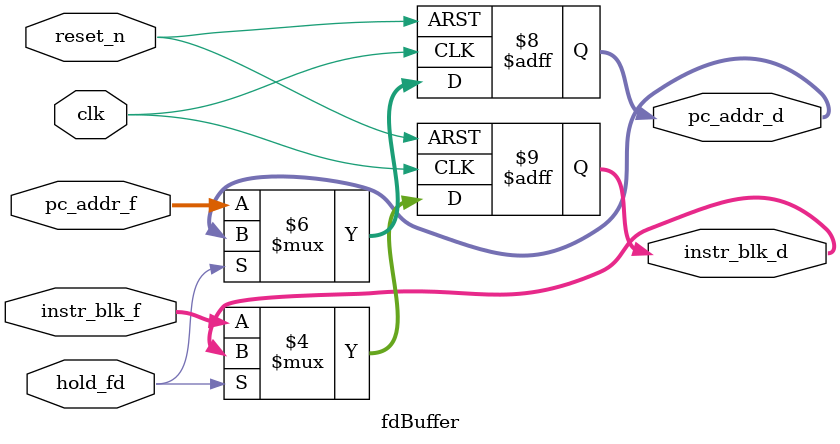
<source format=sv>
module fdBuffer # (
    parameter CORE_WIDTH = 2
) (
    input logic clk,
    input logic reset_n,
    input logic hold_fd,

    input logic [31:0] pc_addr_f,
    input logic [(CORE_WIDTH * 32) - 1:0] instr_blk_f,

    output logic [31:0] pc_addr_d,
    output logic [(CORE_WIDTH * 32) - 1:0] instr_blk_d
);

always_ff @(posedge clk or negedge reset_n) begin
    if (!reset_n) begin
        pc_addr_d <= '0;
        instr_blk_d <= {CORE_WIDTH{32'h00000013}};
    end else if (!hold_fd) begin
        pc_addr_d <= pc_addr_f;
        instr_blk_d <= instr_blk_f;
    end
end

endmodule

</source>
